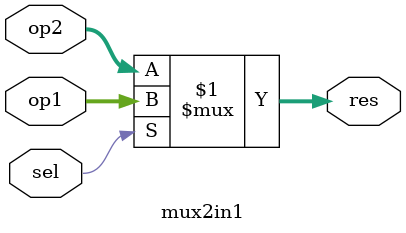
<source format=v>
module mux2in1
#(parameter WIDTH = 8)
(
  input [WIDTH-1:0] op1, op2,
  input sel,
  output [WIDTH-1:0] res
);

  
  assign res = ((sel) ? op1 : op2);

endmodule 
</source>
